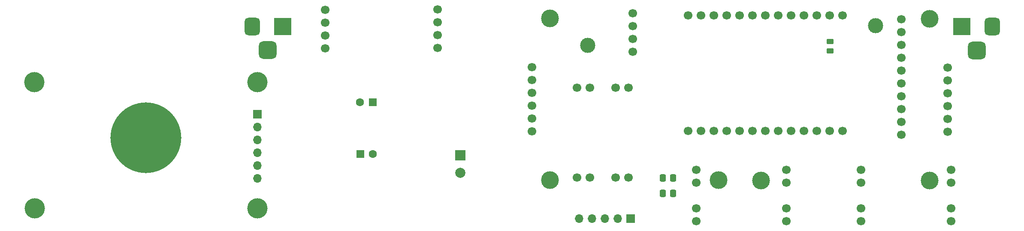
<source format=gbr>
%TF.GenerationSoftware,KiCad,Pcbnew,7.0.8-7.0.8~ubuntu20.04.1*%
%TF.CreationDate,2023-10-29T15:28:37+01:00*%
%TF.ProjectId,Hardware_2,48617264-7761-4726-955f-322e6b696361,rev?*%
%TF.SameCoordinates,Original*%
%TF.FileFunction,Soldermask,Top*%
%TF.FilePolarity,Negative*%
%FSLAX46Y46*%
G04 Gerber Fmt 4.6, Leading zero omitted, Abs format (unit mm)*
G04 Created by KiCad (PCBNEW 7.0.8-7.0.8~ubuntu20.04.1) date 2023-10-29 15:28:37*
%MOMM*%
%LPD*%
G01*
G04 APERTURE LIST*
G04 Aperture macros list*
%AMRoundRect*
0 Rectangle with rounded corners*
0 $1 Rounding radius*
0 $2 $3 $4 $5 $6 $7 $8 $9 X,Y pos of 4 corners*
0 Add a 4 corners polygon primitive as box body*
4,1,4,$2,$3,$4,$5,$6,$7,$8,$9,$2,$3,0*
0 Add four circle primitives for the rounded corners*
1,1,$1+$1,$2,$3*
1,1,$1+$1,$4,$5*
1,1,$1+$1,$6,$7*
1,1,$1+$1,$8,$9*
0 Add four rect primitives between the rounded corners*
20,1,$1+$1,$2,$3,$4,$5,0*
20,1,$1+$1,$4,$5,$6,$7,0*
20,1,$1+$1,$6,$7,$8,$9,0*
20,1,$1+$1,$8,$9,$2,$3,0*%
G04 Aperture macros list end*
%ADD10C,3.500000*%
%ADD11C,1.700000*%
%ADD12C,3.000000*%
%ADD13C,4.000000*%
%ADD14C,14.000000*%
%ADD15RoundRect,0.250000X0.450000X-0.262500X0.450000X0.262500X-0.450000X0.262500X-0.450000X-0.262500X0*%
%ADD16RoundRect,0.875000X-0.875000X-0.875000X0.875000X-0.875000X0.875000X0.875000X-0.875000X0.875000X0*%
%ADD17RoundRect,0.750000X-0.750000X-1.000000X0.750000X-1.000000X0.750000X1.000000X-0.750000X1.000000X0*%
%ADD18R,3.500000X3.500000*%
%ADD19RoundRect,0.250000X-0.337500X-0.475000X0.337500X-0.475000X0.337500X0.475000X-0.337500X0.475000X0*%
%ADD20R,1.700000X1.700000*%
%ADD21O,1.700000X1.700000*%
%ADD22RoundRect,0.750000X0.750000X1.000000X-0.750000X1.000000X-0.750000X-1.000000X0.750000X-1.000000X0*%
%ADD23RoundRect,0.875000X0.875000X0.875000X-0.875000X0.875000X-0.875000X-0.875000X0.875000X-0.875000X0*%
%ADD24R,1.600000X1.600000*%
%ADD25C,1.600000*%
%ADD26R,2.000000X2.000000*%
%ADD27C,2.000000*%
G04 APERTURE END LIST*
D10*
%TO.C,AFE2*%
X160030000Y-56452000D03*
X126756000Y-56452000D03*
X126756000Y-24448000D03*
D11*
X123200000Y-46800000D03*
X123200000Y-44260000D03*
X123200000Y-41720000D03*
X123200000Y-39180000D03*
X123200000Y-36640000D03*
X123200000Y-34100000D03*
%TD*%
%TO.C,U2*%
X132055000Y-55890000D03*
X134595000Y-55890000D03*
X139675000Y-55890000D03*
X142215000Y-55890000D03*
X142215000Y-38110000D03*
X139675000Y-38110000D03*
X134595000Y-38110000D03*
X132055000Y-38110000D03*
%TD*%
%TO.C,U1*%
X184480000Y-23840000D03*
X181940000Y-23840000D03*
X179400000Y-23840000D03*
X176860000Y-23840000D03*
X174320000Y-23840000D03*
X171780000Y-23840000D03*
X169240000Y-23840000D03*
X166700000Y-23840000D03*
X164160000Y-23840000D03*
X161620000Y-23840000D03*
X159080000Y-23840000D03*
X156540000Y-23840000D03*
X154000000Y-23840000D03*
X154000000Y-46700000D03*
X156540000Y-46700000D03*
X159080000Y-46700000D03*
X161620000Y-46700000D03*
X164160000Y-46700000D03*
X166700000Y-46700000D03*
X169240000Y-46700000D03*
X171780000Y-46700000D03*
X174320000Y-46700000D03*
X176860000Y-46700000D03*
X179400000Y-46700000D03*
X181940000Y-46700000D03*
X184480000Y-46700000D03*
%TD*%
D10*
%TO.C,AFE1*%
X201624000Y-24498000D03*
X168350000Y-56502000D03*
X201624000Y-56502000D03*
D11*
X205180000Y-34150000D03*
X205180000Y-36690000D03*
X205180000Y-39230000D03*
X205180000Y-41770000D03*
X205180000Y-44310000D03*
X205180000Y-46850000D03*
%TD*%
D12*
%TO.C,U3*%
X190960000Y-25840000D03*
D11*
X196040000Y-24570000D03*
X196040000Y-27110000D03*
X196040000Y-29650000D03*
X196040000Y-32190000D03*
X196040000Y-34730000D03*
X196040000Y-37270000D03*
X196040000Y-39810000D03*
X196040000Y-42350000D03*
X196040000Y-44890000D03*
X196040000Y-47430000D03*
%TD*%
%TO.C,U5*%
X143080000Y-23380000D03*
X143080000Y-25920000D03*
X143080000Y-28460000D03*
X143080000Y-31000000D03*
D12*
X134190000Y-29730000D03*
%TD*%
D11*
%TO.C,U6*%
X104510000Y-30283000D03*
X104510000Y-27743000D03*
X104510000Y-25203000D03*
X104510000Y-22663000D03*
%TD*%
%TO.C,U11*%
X82356000Y-30314000D03*
X82356000Y-27774000D03*
X82356000Y-25234000D03*
X82356000Y-22694000D03*
%TD*%
D13*
%TO.C,U9*%
X25000000Y-37000000D03*
X25008000Y-61978000D03*
D14*
X47000000Y-48000000D03*
D13*
X69000000Y-62000000D03*
X69000000Y-37000000D03*
%TD*%
D11*
%TO.C,U12*%
X205890000Y-64545000D03*
X205890000Y-62005000D03*
X205890000Y-56925000D03*
X205890000Y-54385000D03*
X188110000Y-54385000D03*
X188110000Y-56925000D03*
X188110000Y-62005000D03*
X188110000Y-64545000D03*
%TD*%
%TO.C,U10*%
X173390000Y-64545000D03*
X173390000Y-62005000D03*
X173390000Y-56925000D03*
X173390000Y-54385000D03*
X155610000Y-54385000D03*
X155610000Y-56925000D03*
X155610000Y-62005000D03*
X155610000Y-64545000D03*
%TD*%
D15*
%TO.C,R2*%
X182000000Y-30825000D03*
X182000000Y-29000000D03*
%TD*%
D16*
%TO.C,J4*%
X71000000Y-30700000D03*
D17*
X68000000Y-26000000D03*
D18*
X74000000Y-26000000D03*
%TD*%
D19*
%TO.C,C1*%
X148962500Y-56000000D03*
X151037500Y-56000000D03*
%TD*%
%TO.C,C2*%
X148962500Y-59000000D03*
X151037500Y-59000000D03*
%TD*%
D20*
%TO.C,J1*%
X142620000Y-64000000D03*
D21*
X140080000Y-64000000D03*
X137540000Y-64000000D03*
X135000000Y-64000000D03*
X132460000Y-64000000D03*
%TD*%
D18*
%TO.C,J3*%
X208000000Y-26042500D03*
D22*
X214000000Y-26042500D03*
D23*
X211000000Y-30742500D03*
%TD*%
D24*
%TO.C,C3*%
X91755112Y-41000000D03*
D25*
X89255112Y-41000000D03*
%TD*%
D24*
%TO.C,C8*%
X89300000Y-51250000D03*
D25*
X91800000Y-51250000D03*
%TD*%
D26*
%TO.C,C14*%
X109000000Y-51500000D03*
D27*
X109000000Y-55000000D03*
%TD*%
D20*
%TO.C,J2*%
X69000000Y-43380000D03*
D21*
X69000000Y-45920000D03*
X69000000Y-48460000D03*
X69000000Y-51000000D03*
X69000000Y-53540000D03*
X69000000Y-56080000D03*
%TD*%
M02*

</source>
